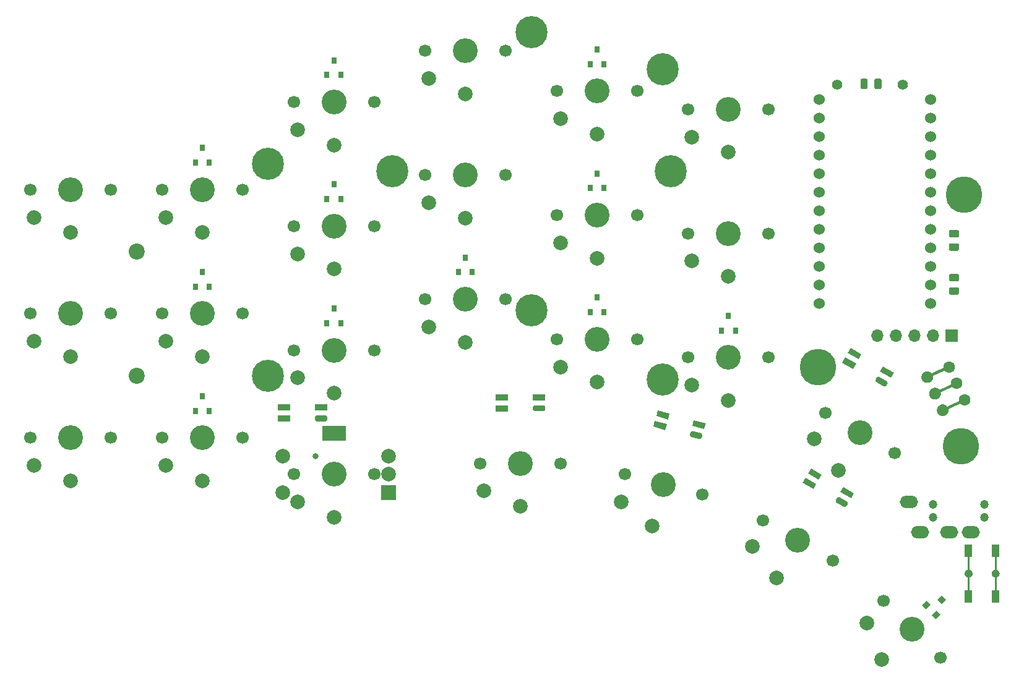
<source format=gbr>
%TF.GenerationSoftware,KiCad,Pcbnew,(5.1.10-1-10_14)*%
%TF.CreationDate,2021-11-02T17:36:35-07:00*%
%TF.ProjectId,hillside,68696c6c-7369-4646-952e-6b696361645f,0.1.0*%
%TF.SameCoordinates,Original*%
%TF.FileFunction,Soldermask,Bot*%
%TF.FilePolarity,Negative*%
%FSLAX46Y46*%
G04 Gerber Fmt 4.6, Leading zero omitted, Abs format (unit mm)*
G04 Created by KiCad (PCBNEW (5.1.10-1-10_14)) date 2021-11-02 17:36:35*
%MOMM*%
%LPD*%
G01*
G04 APERTURE LIST*
%ADD10C,4.400000*%
%ADD11C,2.200000*%
%ADD12R,1.700000X1.700000*%
%ADD13O,1.700000X1.700000*%
%ADD14C,5.000000*%
%ADD15C,1.397000*%
%ADD16C,1.524000*%
%ADD17C,0.100000*%
%ADD18R,1.100000X1.800000*%
%ADD19C,1.600000*%
%ADD20C,3.400000*%
%ADD21C,1.700000*%
%ADD22C,2.000000*%
%ADD23R,0.800000X0.900000*%
%ADD24R,1.700000X0.820000*%
%ADD25C,1.200000*%
%ADD26O,2.500000X1.700000*%
%ADD27C,0.800000*%
%ADD28R,3.200000X2.000000*%
%ADD29R,2.000000X2.000000*%
G04 APERTURE END LIST*
D10*
%TO.C,H5*%
X127000000Y-110000000D03*
%TD*%
%TO.C,H9*%
X181000000Y-68000000D03*
%TD*%
%TO.C,H8*%
X181000000Y-110500000D03*
%TD*%
D11*
%TO.C,H7*%
X109000000Y-110000000D03*
%TD*%
%TO.C,H6*%
X109000000Y-93000000D03*
%TD*%
D10*
%TO.C,H4*%
X127000000Y-81000000D03*
%TD*%
%TO.C,H1*%
X163010000Y-62910000D03*
X182060000Y-81960000D03*
X163010000Y-101010000D03*
X143960000Y-81960000D03*
%TD*%
D12*
%TO.C,J1*%
X220555000Y-104550000D03*
D13*
X218015000Y-104550000D03*
X215475000Y-104550000D03*
X212935000Y-104550000D03*
X210395000Y-104550000D03*
D14*
X222225000Y-85200000D03*
%TD*%
%TO.C,C1*%
G36*
G01*
X209950000Y-70505000D02*
X209950000Y-69555000D01*
G75*
G02*
X210200000Y-69305000I250000J0D01*
G01*
X210700000Y-69305000D01*
G75*
G02*
X210950000Y-69555000I0J-250000D01*
G01*
X210950000Y-70505000D01*
G75*
G02*
X210700000Y-70755000I-250000J0D01*
G01*
X210200000Y-70755000D01*
G75*
G02*
X209950000Y-70505000I0J250000D01*
G01*
G37*
G36*
G01*
X208050000Y-70505000D02*
X208050000Y-69555000D01*
G75*
G02*
X208300000Y-69305000I250000J0D01*
G01*
X208800000Y-69305000D01*
G75*
G02*
X209050000Y-69555000I0J-250000D01*
G01*
X209050000Y-70505000D01*
G75*
G02*
X208800000Y-70755000I-250000J0D01*
G01*
X208300000Y-70755000D01*
G75*
G02*
X208050000Y-70505000I0J250000D01*
G01*
G37*
%TD*%
D15*
%TO.C,J3*%
X204900000Y-70100000D03*
%TD*%
%TO.C,J4*%
X213800000Y-70100000D03*
%TD*%
D16*
%TO.C,U1*%
X202436400Y-72152000D03*
X202436400Y-74692000D03*
X202436400Y-77232000D03*
X202436400Y-79772000D03*
X202436400Y-82312000D03*
X202436400Y-84852000D03*
X202436400Y-87392000D03*
X202436400Y-89932000D03*
X202436400Y-92472000D03*
X202436400Y-95012000D03*
X202436400Y-97552000D03*
X202436400Y-100092000D03*
X217656400Y-100092000D03*
X217656400Y-97552000D03*
X217656400Y-95012000D03*
X217656400Y-92472000D03*
X217656400Y-89932000D03*
X217656400Y-87392000D03*
X217656400Y-84852000D03*
X217656400Y-82312000D03*
X217656400Y-79772000D03*
X217656400Y-77232000D03*
X217656400Y-74692000D03*
X217656400Y-72152000D03*
%TD*%
D17*
%TO.C,SW1*%
G36*
X227094047Y-137180702D02*
G01*
X227083517Y-137233639D01*
X227067849Y-137285289D01*
X227047194Y-137335155D01*
X227021751Y-137382757D01*
X226991764Y-137427635D01*
X226957523Y-137469357D01*
X226919357Y-137507523D01*
X226877635Y-137541764D01*
X226832757Y-137571751D01*
X226785155Y-137597194D01*
X226735289Y-137617849D01*
X226683639Y-137633517D01*
X226677000Y-137634838D01*
X226677000Y-140300000D01*
X226676988Y-140301773D01*
X226676209Y-140314157D01*
X226674225Y-140326405D01*
X226671055Y-140338401D01*
X226666730Y-140350031D01*
X226661291Y-140361183D01*
X226654789Y-140371751D01*
X226647288Y-140381634D01*
X226638857Y-140390738D01*
X226629579Y-140398976D01*
X226619541Y-140406269D01*
X226608839Y-140412548D01*
X226597575Y-140417752D01*
X226585857Y-140421833D01*
X226573797Y-140424750D01*
X226561510Y-140426477D01*
X226549113Y-140426997D01*
X226536725Y-140426304D01*
X226524463Y-140424406D01*
X226512445Y-140421320D01*
X226500786Y-140417077D01*
X226489596Y-140411715D01*
X226478983Y-140405288D01*
X226469047Y-140397855D01*
X226459885Y-140389489D01*
X226451582Y-140380268D01*
X226444219Y-140370281D01*
X226437866Y-140359623D01*
X226432583Y-140348396D01*
X226428420Y-140336707D01*
X226425419Y-140324668D01*
X226423606Y-140312393D01*
X226423000Y-140300000D01*
X226423000Y-137634838D01*
X226416361Y-137633517D01*
X226364711Y-137617849D01*
X226314845Y-137597194D01*
X226267243Y-137571751D01*
X226222365Y-137541764D01*
X226180643Y-137507523D01*
X226142477Y-137469357D01*
X226108236Y-137427635D01*
X226078249Y-137382757D01*
X226052806Y-137335155D01*
X226032151Y-137285289D01*
X226016483Y-137233639D01*
X226005953Y-137180702D01*
X226000662Y-137126987D01*
X226000662Y-137073013D01*
X226005953Y-137019298D01*
X226016483Y-136966361D01*
X226032151Y-136914711D01*
X226052806Y-136864845D01*
X226078249Y-136817243D01*
X226108236Y-136772365D01*
X226142477Y-136730643D01*
X226180643Y-136692477D01*
X226222365Y-136658236D01*
X226267243Y-136628249D01*
X226314845Y-136602806D01*
X226364711Y-136582151D01*
X226416361Y-136566483D01*
X226423000Y-136565162D01*
X226423000Y-133900000D01*
X226423012Y-133898227D01*
X226423791Y-133885843D01*
X226425775Y-133873595D01*
X226428945Y-133861599D01*
X226433270Y-133849969D01*
X226438709Y-133838817D01*
X226445211Y-133828249D01*
X226452712Y-133818366D01*
X226461143Y-133809262D01*
X226470421Y-133801024D01*
X226480459Y-133793731D01*
X226491161Y-133787452D01*
X226502425Y-133782248D01*
X226514143Y-133778167D01*
X226526203Y-133775250D01*
X226538490Y-133773523D01*
X226550887Y-133773003D01*
X226563275Y-133773696D01*
X226575537Y-133775594D01*
X226587555Y-133778680D01*
X226599214Y-133782923D01*
X226610404Y-133788285D01*
X226621017Y-133794712D01*
X226630953Y-133802145D01*
X226640115Y-133810511D01*
X226648418Y-133819732D01*
X226655781Y-133829719D01*
X226662134Y-133840377D01*
X226667417Y-133851604D01*
X226671580Y-133863293D01*
X226674581Y-133875332D01*
X226676394Y-133887607D01*
X226677000Y-133900000D01*
X226677000Y-136565162D01*
X226683639Y-136566483D01*
X226735289Y-136582151D01*
X226785155Y-136602806D01*
X226832757Y-136628249D01*
X226877635Y-136658236D01*
X226919357Y-136692477D01*
X226957523Y-136730643D01*
X226991764Y-136772365D01*
X227021751Y-136817243D01*
X227047194Y-136864845D01*
X227067849Y-136914711D01*
X227083517Y-136966361D01*
X227094047Y-137019298D01*
X227099338Y-137073013D01*
X227099338Y-137126987D01*
X227094047Y-137180702D01*
G37*
G36*
X223394047Y-137180702D02*
G01*
X223383517Y-137233639D01*
X223367849Y-137285289D01*
X223347194Y-137335155D01*
X223321751Y-137382757D01*
X223291764Y-137427635D01*
X223257523Y-137469357D01*
X223219357Y-137507523D01*
X223177635Y-137541764D01*
X223132757Y-137571751D01*
X223085155Y-137597194D01*
X223035289Y-137617849D01*
X222983639Y-137633517D01*
X222977000Y-137634838D01*
X222977000Y-140300000D01*
X222976988Y-140301773D01*
X222976209Y-140314157D01*
X222974225Y-140326405D01*
X222971055Y-140338401D01*
X222966730Y-140350031D01*
X222961291Y-140361183D01*
X222954789Y-140371751D01*
X222947288Y-140381634D01*
X222938857Y-140390738D01*
X222929579Y-140398976D01*
X222919541Y-140406269D01*
X222908839Y-140412548D01*
X222897575Y-140417752D01*
X222885857Y-140421833D01*
X222873797Y-140424750D01*
X222861510Y-140426477D01*
X222849113Y-140426997D01*
X222836725Y-140426304D01*
X222824463Y-140424406D01*
X222812445Y-140421320D01*
X222800786Y-140417077D01*
X222789596Y-140411715D01*
X222778983Y-140405288D01*
X222769047Y-140397855D01*
X222759885Y-140389489D01*
X222751582Y-140380268D01*
X222744219Y-140370281D01*
X222737866Y-140359623D01*
X222732583Y-140348396D01*
X222728420Y-140336707D01*
X222725419Y-140324668D01*
X222723606Y-140312393D01*
X222723000Y-140300000D01*
X222723000Y-137634838D01*
X222716361Y-137633517D01*
X222664711Y-137617849D01*
X222614845Y-137597194D01*
X222567243Y-137571751D01*
X222522365Y-137541764D01*
X222480643Y-137507523D01*
X222442477Y-137469357D01*
X222408236Y-137427635D01*
X222378249Y-137382757D01*
X222352806Y-137335155D01*
X222332151Y-137285289D01*
X222316483Y-137233639D01*
X222305953Y-137180702D01*
X222300662Y-137126987D01*
X222300662Y-137073013D01*
X222305953Y-137019298D01*
X222316483Y-136966361D01*
X222332151Y-136914711D01*
X222352806Y-136864845D01*
X222378249Y-136817243D01*
X222408236Y-136772365D01*
X222442477Y-136730643D01*
X222480643Y-136692477D01*
X222522365Y-136658236D01*
X222567243Y-136628249D01*
X222614845Y-136602806D01*
X222664711Y-136582151D01*
X222716361Y-136566483D01*
X222723000Y-136565162D01*
X222723000Y-133900000D01*
X222723012Y-133898227D01*
X222723791Y-133885843D01*
X222725775Y-133873595D01*
X222728945Y-133861599D01*
X222733270Y-133849969D01*
X222738709Y-133838817D01*
X222745211Y-133828249D01*
X222752712Y-133818366D01*
X222761143Y-133809262D01*
X222770421Y-133801024D01*
X222780459Y-133793731D01*
X222791161Y-133787452D01*
X222802425Y-133782248D01*
X222814143Y-133778167D01*
X222826203Y-133775250D01*
X222838490Y-133773523D01*
X222850887Y-133773003D01*
X222863275Y-133773696D01*
X222875537Y-133775594D01*
X222887555Y-133778680D01*
X222899214Y-133782923D01*
X222910404Y-133788285D01*
X222921017Y-133794712D01*
X222930953Y-133802145D01*
X222940115Y-133810511D01*
X222948418Y-133819732D01*
X222955781Y-133829719D01*
X222962134Y-133840377D01*
X222967417Y-133851604D01*
X222971580Y-133863293D01*
X222974581Y-133875332D01*
X222976394Y-133887607D01*
X222977000Y-133900000D01*
X222977000Y-136565162D01*
X222983639Y-136566483D01*
X223035289Y-136582151D01*
X223085155Y-136602806D01*
X223132757Y-136628249D01*
X223177635Y-136658236D01*
X223219357Y-136692477D01*
X223257523Y-136730643D01*
X223291764Y-136772365D01*
X223321751Y-136817243D01*
X223347194Y-136864845D01*
X223367849Y-136914711D01*
X223383517Y-136966361D01*
X223394047Y-137019298D01*
X223399338Y-137073013D01*
X223399338Y-137126987D01*
X223394047Y-137180702D01*
G37*
D18*
X222850000Y-140200000D03*
X226550000Y-140200000D03*
X226550000Y-134000000D03*
X222850000Y-134000000D03*
%TD*%
D17*
%TO.C,SW2*%
G36*
X220368983Y-108724890D02*
G01*
X220374175Y-108742762D01*
X220377599Y-108761056D01*
X220379221Y-108779598D01*
X220379026Y-108798208D01*
X220377017Y-108816711D01*
X220373210Y-108834930D01*
X220367645Y-108852690D01*
X220360373Y-108869822D01*
X220351463Y-108886163D01*
X220341002Y-108901557D01*
X220329088Y-108915856D01*
X220315836Y-108928923D01*
X220301372Y-108940637D01*
X220285835Y-108950882D01*
X220269370Y-108959562D01*
X217982573Y-110025914D01*
X217983514Y-110029760D01*
X217994609Y-110107481D01*
X217998034Y-110185914D01*
X217993754Y-110264306D01*
X217981811Y-110341900D01*
X217962320Y-110417951D01*
X217935469Y-110491725D01*
X217901515Y-110562511D01*
X217860788Y-110629629D01*
X217813677Y-110692431D01*
X217760638Y-110750313D01*
X217702180Y-110802718D01*
X217638867Y-110849141D01*
X217571309Y-110889134D01*
X217500157Y-110922313D01*
X217426095Y-110948358D01*
X217349837Y-110967019D01*
X217272116Y-110978114D01*
X217193683Y-110981539D01*
X217115291Y-110977259D01*
X217037697Y-110965316D01*
X216961646Y-110945825D01*
X216887872Y-110918974D01*
X216817086Y-110885020D01*
X216749968Y-110844293D01*
X216687166Y-110797182D01*
X216629284Y-110744143D01*
X216576879Y-110685685D01*
X216530456Y-110622372D01*
X216490463Y-110554814D01*
X216457284Y-110483662D01*
X216431239Y-110409600D01*
X216412578Y-110333342D01*
X216401483Y-110255621D01*
X216398058Y-110177188D01*
X216402338Y-110098796D01*
X216414281Y-110021202D01*
X216433772Y-109945151D01*
X216460623Y-109871377D01*
X216494577Y-109800591D01*
X216535304Y-109733473D01*
X216582415Y-109670671D01*
X216635454Y-109612789D01*
X216693912Y-109560384D01*
X216757225Y-109513961D01*
X216824783Y-109473968D01*
X216895935Y-109440789D01*
X216969997Y-109414744D01*
X217046255Y-109396083D01*
X217123976Y-109384988D01*
X217202409Y-109381563D01*
X217280801Y-109385843D01*
X217358395Y-109397786D01*
X217434446Y-109417277D01*
X217508220Y-109444128D01*
X217579006Y-109478082D01*
X217646124Y-109518809D01*
X217708926Y-109565920D01*
X217766808Y-109618959D01*
X217819213Y-109677417D01*
X217821555Y-109680610D01*
X220108353Y-108614259D01*
X220110772Y-108613152D01*
X220128100Y-108606361D01*
X220146008Y-108601293D01*
X220164326Y-108597997D01*
X220182878Y-108596505D01*
X220201487Y-108596830D01*
X220219975Y-108598969D01*
X220238167Y-108602902D01*
X220255887Y-108608591D01*
X220272969Y-108615983D01*
X220289247Y-108625006D01*
X220304567Y-108635575D01*
X220318783Y-108647587D01*
X220331758Y-108660931D01*
X220343370Y-108675476D01*
X220353506Y-108691085D01*
X220362071Y-108707609D01*
X220368983Y-108724890D01*
G37*
G36*
X221425529Y-110990659D02*
G01*
X221430721Y-111008531D01*
X221434145Y-111026825D01*
X221435767Y-111045367D01*
X221435572Y-111063977D01*
X221433563Y-111082480D01*
X221429756Y-111100699D01*
X221424191Y-111118459D01*
X221416919Y-111135591D01*
X221408009Y-111151932D01*
X221397548Y-111167326D01*
X221385634Y-111181625D01*
X221372382Y-111194692D01*
X221357918Y-111206406D01*
X221342381Y-111216651D01*
X221325916Y-111225331D01*
X219039119Y-112291683D01*
X219040060Y-112295529D01*
X219051155Y-112373250D01*
X219054580Y-112451683D01*
X219050300Y-112530075D01*
X219038357Y-112607669D01*
X219018866Y-112683720D01*
X218992015Y-112757494D01*
X218958061Y-112828280D01*
X218917334Y-112895398D01*
X218870223Y-112958200D01*
X218817184Y-113016082D01*
X218758726Y-113068487D01*
X218695413Y-113114910D01*
X218627855Y-113154903D01*
X218556703Y-113188082D01*
X218482641Y-113214127D01*
X218406383Y-113232788D01*
X218328662Y-113243883D01*
X218250229Y-113247308D01*
X218171837Y-113243028D01*
X218094243Y-113231085D01*
X218018192Y-113211594D01*
X217944418Y-113184743D01*
X217873632Y-113150789D01*
X217806514Y-113110062D01*
X217743712Y-113062951D01*
X217685830Y-113009912D01*
X217633425Y-112951454D01*
X217587002Y-112888141D01*
X217547009Y-112820583D01*
X217513830Y-112749431D01*
X217487785Y-112675369D01*
X217469124Y-112599111D01*
X217458029Y-112521390D01*
X217454604Y-112442957D01*
X217458884Y-112364565D01*
X217470827Y-112286971D01*
X217490318Y-112210920D01*
X217517169Y-112137146D01*
X217551123Y-112066360D01*
X217591850Y-111999242D01*
X217638961Y-111936440D01*
X217692000Y-111878558D01*
X217750458Y-111826153D01*
X217813771Y-111779730D01*
X217881329Y-111739737D01*
X217952481Y-111706558D01*
X218026543Y-111680513D01*
X218102801Y-111661852D01*
X218180522Y-111650757D01*
X218258955Y-111647332D01*
X218337347Y-111651612D01*
X218414941Y-111663555D01*
X218490992Y-111683046D01*
X218564766Y-111709897D01*
X218635552Y-111743851D01*
X218702670Y-111784578D01*
X218765472Y-111831689D01*
X218823354Y-111884728D01*
X218875759Y-111943186D01*
X218878101Y-111946379D01*
X221164899Y-110880028D01*
X221167318Y-110878921D01*
X221184646Y-110872130D01*
X221202554Y-110867062D01*
X221220872Y-110863766D01*
X221239424Y-110862274D01*
X221258033Y-110862599D01*
X221276521Y-110864738D01*
X221294713Y-110868671D01*
X221312433Y-110874360D01*
X221329515Y-110881752D01*
X221345793Y-110890775D01*
X221361113Y-110901344D01*
X221375329Y-110913356D01*
X221388304Y-110926700D01*
X221399916Y-110941245D01*
X221410052Y-110956854D01*
X221418617Y-110973378D01*
X221425529Y-110990659D01*
G37*
G36*
X222482075Y-113256429D02*
G01*
X222487267Y-113274301D01*
X222490691Y-113292595D01*
X222492313Y-113311137D01*
X222492118Y-113329747D01*
X222490109Y-113348250D01*
X222486302Y-113366469D01*
X222480737Y-113384229D01*
X222473465Y-113401361D01*
X222464555Y-113417702D01*
X222454094Y-113433096D01*
X222442180Y-113447395D01*
X222428928Y-113460462D01*
X222414464Y-113472176D01*
X222398927Y-113482421D01*
X222382462Y-113491101D01*
X220095665Y-114557453D01*
X220096606Y-114561299D01*
X220107701Y-114639020D01*
X220111126Y-114717453D01*
X220106846Y-114795845D01*
X220094903Y-114873439D01*
X220075412Y-114949490D01*
X220048561Y-115023264D01*
X220014607Y-115094050D01*
X219973880Y-115161168D01*
X219926769Y-115223970D01*
X219873730Y-115281852D01*
X219815272Y-115334257D01*
X219751959Y-115380680D01*
X219684401Y-115420673D01*
X219613249Y-115453852D01*
X219539187Y-115479897D01*
X219462929Y-115498558D01*
X219385208Y-115509653D01*
X219306775Y-115513078D01*
X219228383Y-115508798D01*
X219150789Y-115496855D01*
X219074738Y-115477364D01*
X219000964Y-115450513D01*
X218930178Y-115416559D01*
X218863060Y-115375832D01*
X218800258Y-115328721D01*
X218742376Y-115275682D01*
X218689971Y-115217224D01*
X218643548Y-115153911D01*
X218603555Y-115086353D01*
X218570376Y-115015201D01*
X218544331Y-114941139D01*
X218525670Y-114864881D01*
X218514575Y-114787160D01*
X218511150Y-114708727D01*
X218515430Y-114630335D01*
X218527373Y-114552741D01*
X218546864Y-114476690D01*
X218573715Y-114402916D01*
X218607669Y-114332130D01*
X218648396Y-114265012D01*
X218695507Y-114202210D01*
X218748546Y-114144328D01*
X218807004Y-114091923D01*
X218870317Y-114045500D01*
X218937875Y-114005507D01*
X219009027Y-113972328D01*
X219083089Y-113946283D01*
X219159347Y-113927622D01*
X219237068Y-113916527D01*
X219315501Y-113913102D01*
X219393893Y-113917382D01*
X219471487Y-113929325D01*
X219547538Y-113948816D01*
X219621312Y-113975667D01*
X219692098Y-114009621D01*
X219759216Y-114050348D01*
X219822018Y-114097459D01*
X219879900Y-114150498D01*
X219932305Y-114208956D01*
X219934647Y-114212149D01*
X222221445Y-113145798D01*
X222223864Y-113144691D01*
X222241192Y-113137900D01*
X222259100Y-113132832D01*
X222277418Y-113129536D01*
X222295970Y-113128044D01*
X222314579Y-113128369D01*
X222333067Y-113130508D01*
X222351259Y-113134441D01*
X222368979Y-113140130D01*
X222386061Y-113147522D01*
X222402339Y-113156545D01*
X222417659Y-113167114D01*
X222431875Y-113179126D01*
X222444850Y-113192470D01*
X222456462Y-113207015D01*
X222466598Y-113222624D01*
X222475163Y-113239148D01*
X222482075Y-113256429D01*
G37*
D19*
X222301954Y-113318449D03*
X220188862Y-108786910D03*
X221245408Y-111052680D03*
%TD*%
D20*
%TO.C,K24*%
X215140348Y-144691248D03*
D21*
X219029435Y-148580335D03*
X211251261Y-140802161D03*
D22*
X210968418Y-148863178D03*
X208917808Y-143842720D03*
%TD*%
D20*
%TO.C,K19*%
X207978277Y-117827488D03*
D21*
X212741417Y-120577488D03*
X203215137Y-115077488D03*
D22*
X205028277Y-122937038D03*
X201748150Y-118618385D03*
%TD*%
D20*
%TO.C,K23*%
X199478277Y-132549920D03*
D21*
X204241417Y-135299920D03*
X194715137Y-129799920D03*
D22*
X196528277Y-137659470D03*
X193248150Y-133340817D03*
%TD*%
D20*
%TO.C,K22*%
X181110001Y-124886666D03*
D21*
X186422593Y-126310171D03*
X175797409Y-123463161D03*
D22*
X179582969Y-130585628D03*
X175296859Y-127263089D03*
%TD*%
D20*
%TO.C,K21*%
X161500000Y-122000000D03*
D21*
X167000000Y-122000000D03*
X156000000Y-122000000D03*
D22*
X161500000Y-127900000D03*
X156500000Y-125800000D03*
%TD*%
D20*
%TO.C,K18*%
X190000000Y-107500000D03*
D21*
X195500000Y-107500000D03*
X184500000Y-107500000D03*
D22*
X190000000Y-113400000D03*
X185000000Y-111300000D03*
%TD*%
D20*
%TO.C,K17*%
X172000000Y-105000000D03*
D21*
X177500000Y-105000000D03*
X166500000Y-105000000D03*
D22*
X172000000Y-110900000D03*
X167000000Y-108800000D03*
%TD*%
D20*
%TO.C,K12*%
X190000000Y-90500000D03*
D21*
X195500000Y-90500000D03*
X184500000Y-90500000D03*
D22*
X190000000Y-96400000D03*
X185000000Y-94300000D03*
%TD*%
D20*
%TO.C,K11*%
X172000000Y-88000000D03*
D21*
X177500000Y-88000000D03*
X166500000Y-88000000D03*
D22*
X172000000Y-93900000D03*
X167000000Y-91800000D03*
%TD*%
D20*
%TO.C,K6*%
X190000000Y-73500000D03*
D21*
X195500000Y-73500000D03*
X184500000Y-73500000D03*
D22*
X190000000Y-79400000D03*
X185000000Y-77300000D03*
%TD*%
D20*
%TO.C,K5*%
X172000000Y-71000000D03*
D21*
X177500000Y-71000000D03*
X166500000Y-71000000D03*
D22*
X172000000Y-76900000D03*
X167000000Y-74800000D03*
%TD*%
D20*
%TO.C,K16*%
X154000000Y-99500000D03*
D21*
X159500000Y-99500000D03*
X148500000Y-99500000D03*
D22*
X154000000Y-105400000D03*
X149000000Y-103300000D03*
%TD*%
D20*
%TO.C,K15*%
X136000000Y-106500000D03*
D21*
X141500000Y-106500000D03*
X130500000Y-106500000D03*
D22*
X136000000Y-112400000D03*
X131000000Y-110300000D03*
%TD*%
D20*
%TO.C,K10*%
X154000000Y-82500000D03*
D21*
X159500000Y-82500000D03*
X148500000Y-82500000D03*
D22*
X154000000Y-88400000D03*
X149000000Y-86300000D03*
%TD*%
D20*
%TO.C,K9*%
X136000000Y-89500000D03*
D21*
X141500000Y-89500000D03*
X130500000Y-89500000D03*
D22*
X136000000Y-95400000D03*
X131000000Y-93300000D03*
%TD*%
D20*
%TO.C,K14*%
X118000000Y-118500000D03*
D21*
X123500000Y-118500000D03*
X112500000Y-118500000D03*
D22*
X118000000Y-124400000D03*
X113000000Y-122300000D03*
%TD*%
D20*
%TO.C,K13*%
X100000000Y-118500000D03*
D21*
X105500000Y-118500000D03*
X94500000Y-118500000D03*
D22*
X100000000Y-124400000D03*
X95000000Y-122300000D03*
%TD*%
D20*
%TO.C,K2*%
X118000000Y-84500000D03*
D21*
X123500000Y-84500000D03*
X112500000Y-84500000D03*
D22*
X118000000Y-90400000D03*
X113000000Y-88300000D03*
%TD*%
D20*
%TO.C,K8*%
X118000000Y-101500000D03*
D21*
X123500000Y-101500000D03*
X112500000Y-101500000D03*
D22*
X118000000Y-107400000D03*
X113000000Y-105300000D03*
%TD*%
D20*
%TO.C,K7*%
X100000000Y-101500000D03*
D21*
X105500000Y-101500000D03*
X94500000Y-101500000D03*
D22*
X100000000Y-107400000D03*
X95000000Y-105300000D03*
%TD*%
D20*
%TO.C,K4*%
X154000000Y-65500000D03*
D21*
X159500000Y-65500000D03*
X148500000Y-65500000D03*
D22*
X154000000Y-71400000D03*
X149000000Y-69300000D03*
%TD*%
D20*
%TO.C,K3*%
X136000000Y-72500000D03*
D21*
X141500000Y-72500000D03*
X130500000Y-72500000D03*
D22*
X136000000Y-78400000D03*
X131000000Y-76300000D03*
%TD*%
D20*
%TO.C,K1*%
X100000000Y-84500000D03*
D21*
X105500000Y-84500000D03*
X94500000Y-84500000D03*
D22*
X100000000Y-90400000D03*
X95000000Y-88300000D03*
%TD*%
%TO.C,R2*%
G36*
G01*
X221309900Y-92885000D02*
X220410100Y-92885000D01*
G75*
G02*
X220160000Y-92634900I0J250100D01*
G01*
X220160000Y-92110100D01*
G75*
G02*
X220410100Y-91860000I250100J0D01*
G01*
X221309900Y-91860000D01*
G75*
G02*
X221560000Y-92110100I0J-250100D01*
G01*
X221560000Y-92634900D01*
G75*
G02*
X221309900Y-92885000I-250100J0D01*
G01*
G37*
G36*
G01*
X221309900Y-91060000D02*
X220410100Y-91060000D01*
G75*
G02*
X220160000Y-90809900I0J250100D01*
G01*
X220160000Y-90285100D01*
G75*
G02*
X220410100Y-90035000I250100J0D01*
G01*
X221309900Y-90035000D01*
G75*
G02*
X221560000Y-90285100I0J-250100D01*
G01*
X221560000Y-90809900D01*
G75*
G02*
X221309900Y-91060000I-250100J0D01*
G01*
G37*
%TD*%
%TO.C,R1*%
G36*
G01*
X221309900Y-98905000D02*
X220410100Y-98905000D01*
G75*
G02*
X220160000Y-98654900I0J250100D01*
G01*
X220160000Y-98130100D01*
G75*
G02*
X220410100Y-97880000I250100J0D01*
G01*
X221309900Y-97880000D01*
G75*
G02*
X221560000Y-98130100I0J-250100D01*
G01*
X221560000Y-98654900D01*
G75*
G02*
X221309900Y-98905000I-250100J0D01*
G01*
G37*
G36*
G01*
X221309900Y-97080000D02*
X220410100Y-97080000D01*
G75*
G02*
X220160000Y-96829900I0J250100D01*
G01*
X220160000Y-96305100D01*
G75*
G02*
X220410100Y-96055000I250100J0D01*
G01*
X221309900Y-96055000D01*
G75*
G02*
X221560000Y-96305100I0J-250100D01*
G01*
X221560000Y-96829900D01*
G75*
G02*
X221309900Y-97080000I-250100J0D01*
G01*
G37*
%TD*%
D17*
%TO.C,D18*%
G36*
X219135501Y-141261781D02*
G01*
X218569815Y-140696095D01*
X219206211Y-140059699D01*
X219771897Y-140625385D01*
X219135501Y-141261781D01*
G37*
G36*
X217049536Y-142004243D02*
G01*
X216483850Y-141438557D01*
X217120246Y-140802161D01*
X217685932Y-141367847D01*
X217049536Y-142004243D01*
G37*
G36*
X218393039Y-143347746D02*
G01*
X217827353Y-142782060D01*
X218463749Y-142145664D01*
X219029435Y-142711350D01*
X218393039Y-143347746D01*
G37*
%TD*%
D23*
%TO.C,D17*%
X190000000Y-101800000D03*
X189050000Y-103800000D03*
X190950000Y-103800000D03*
%TD*%
%TO.C,D16*%
X154000000Y-93800000D03*
X153050000Y-95800000D03*
X154950000Y-95800000D03*
%TD*%
%TO.C,D15*%
X172000000Y-99300000D03*
X171050000Y-101300000D03*
X172950000Y-101300000D03*
%TD*%
%TO.C,D14*%
X136000000Y-100800000D03*
X135050000Y-102800000D03*
X136950000Y-102800000D03*
%TD*%
%TO.C,D13*%
X118000000Y-112800000D03*
X117050000Y-114800000D03*
X118950000Y-114800000D03*
%TD*%
%TO.C,D12*%
X172000000Y-82300000D03*
X171050000Y-84300000D03*
X172950000Y-84300000D03*
%TD*%
%TO.C,D11*%
X136000000Y-83800000D03*
X135050000Y-85800000D03*
X136950000Y-85800000D03*
%TD*%
%TO.C,D10*%
X118000000Y-95800000D03*
X117050000Y-97800000D03*
X118950000Y-97800000D03*
%TD*%
%TO.C,D9*%
X172000000Y-65300000D03*
X171050000Y-67300000D03*
X172950000Y-67300000D03*
%TD*%
%TO.C,D8*%
X136000000Y-66800000D03*
X135050000Y-68800000D03*
X136950000Y-68800000D03*
%TD*%
%TO.C,D7*%
X118000000Y-78800000D03*
X117050000Y-80800000D03*
X118950000Y-80800000D03*
%TD*%
D24*
%TO.C,D5*%
X129180000Y-114360000D03*
X129180000Y-115860000D03*
X134280000Y-114360000D03*
G36*
G01*
X133430000Y-116065000D02*
X133430000Y-115655000D01*
G75*
G02*
X133635000Y-115450000I205000J0D01*
G01*
X134925000Y-115450000D01*
G75*
G02*
X135130000Y-115655000I0J-205000D01*
G01*
X135130000Y-116065000D01*
G75*
G02*
X134925000Y-116270000I-205000J0D01*
G01*
X133635000Y-116270000D01*
G75*
G02*
X133430000Y-116065000I0J205000D01*
G01*
G37*
%TD*%
%TO.C,D4*%
X158986067Y-112967196D03*
X158986067Y-114467196D03*
X164086067Y-112967196D03*
G36*
G01*
X163236067Y-114672196D02*
X163236067Y-114262196D01*
G75*
G02*
X163441067Y-114057196I205000J0D01*
G01*
X164731067Y-114057196D01*
G75*
G02*
X164936067Y-114262196I0J-205000D01*
G01*
X164936067Y-114672196D01*
G75*
G02*
X164731067Y-114877196I-205000J0D01*
G01*
X163441067Y-114877196D01*
G75*
G02*
X163236067Y-114672196I0J205000D01*
G01*
G37*
%TD*%
D17*
%TO.C,D3*%
G36*
X180107521Y-115544367D02*
G01*
X180319753Y-114752308D01*
X181961827Y-115192301D01*
X181749595Y-115984360D01*
X180107521Y-115544367D01*
G37*
G36*
X179719293Y-116993256D02*
G01*
X179931525Y-116201197D01*
X181573599Y-116641190D01*
X181361367Y-117433249D01*
X179719293Y-116993256D01*
G37*
G36*
X185033743Y-116864344D02*
G01*
X185245975Y-116072285D01*
X186888049Y-116512278D01*
X186675817Y-117304337D01*
X185033743Y-116864344D01*
G37*
G36*
G01*
X184698573Y-118115219D02*
X184804689Y-117719189D01*
G75*
G02*
X185055762Y-117574232I198015J-53058D01*
G01*
X186301806Y-117908108D01*
G75*
G02*
X186446763Y-118159181I-53058J-198015D01*
G01*
X186340647Y-118555211D01*
G75*
G02*
X186089574Y-118700168I-198015J53058D01*
G01*
X184843530Y-118366292D01*
G75*
G02*
X184698573Y-118115219I53058J198015D01*
G01*
G37*
%TD*%
%TO.C,D2*%
G36*
X200892676Y-123384430D02*
G01*
X201302676Y-122674290D01*
X202774920Y-123524290D01*
X202364920Y-124234430D01*
X200892676Y-123384430D01*
G37*
G36*
X200142676Y-124683468D02*
G01*
X200552676Y-123973328D01*
X202024920Y-124823328D01*
X201614920Y-125533468D01*
X200142676Y-124683468D01*
G37*
G36*
X205309406Y-125934430D02*
G01*
X205719406Y-125224290D01*
X207191650Y-126074290D01*
X206781650Y-126784430D01*
X205309406Y-125934430D01*
G37*
G36*
G01*
X204661907Y-127055933D02*
X204866907Y-126700863D01*
G75*
G02*
X205146942Y-126625828I177535J-102500D01*
G01*
X206264114Y-127270828D01*
G75*
G02*
X206339149Y-127550863I-102500J-177535D01*
G01*
X206134149Y-127905933D01*
G75*
G02*
X205854114Y-127980968I-177535J102500D01*
G01*
X204736942Y-127335968D01*
G75*
G02*
X204661907Y-127055933I102500J177535D01*
G01*
G37*
%TD*%
%TO.C,D1*%
G36*
X206326969Y-106897949D02*
G01*
X206736969Y-106187809D01*
X208209213Y-107037809D01*
X207799213Y-107747949D01*
X206326969Y-106897949D01*
G37*
G36*
X205576969Y-108196987D02*
G01*
X205986969Y-107486847D01*
X207459213Y-108336847D01*
X207049213Y-109046987D01*
X205576969Y-108196987D01*
G37*
G36*
X210743699Y-109447949D02*
G01*
X211153699Y-108737809D01*
X212625943Y-109587809D01*
X212215943Y-110297949D01*
X210743699Y-109447949D01*
G37*
G36*
G01*
X210096200Y-110569452D02*
X210301200Y-110214382D01*
G75*
G02*
X210581235Y-110139347I177535J-102500D01*
G01*
X211698407Y-110784347D01*
G75*
G02*
X211773442Y-111064382I-102500J-177535D01*
G01*
X211568442Y-111419452D01*
G75*
G02*
X211288407Y-111494487I-177535J102500D01*
G01*
X210171235Y-110849487D01*
G75*
G02*
X210096200Y-110569452I102500J177535D01*
G01*
G37*
%TD*%
D25*
%TO.C,J2*%
X217980000Y-127610000D03*
X224980000Y-127610000D03*
X224980000Y-129360000D03*
X217980000Y-129360000D03*
D26*
X223180000Y-131460000D03*
X220180000Y-131460000D03*
X216180000Y-131460000D03*
X214680000Y-127260000D03*
%TD*%
D27*
%TO.C,K20*%
X133500000Y-121000000D03*
D22*
X129000000Y-126000000D03*
D28*
X136000000Y-117900000D03*
D22*
X129000000Y-121000000D03*
D29*
X143500000Y-126000000D03*
D22*
X143500000Y-121000000D03*
X143500000Y-123500000D03*
X131000000Y-127300000D03*
X136000000Y-129400000D03*
D21*
X130500000Y-123500000D03*
X141500000Y-123500000D03*
D20*
X136000000Y-123500000D03*
%TD*%
D14*
%TO.C,H2*%
X202200000Y-108795000D03*
X221800000Y-119670000D03*
%TD*%
M02*

</source>
